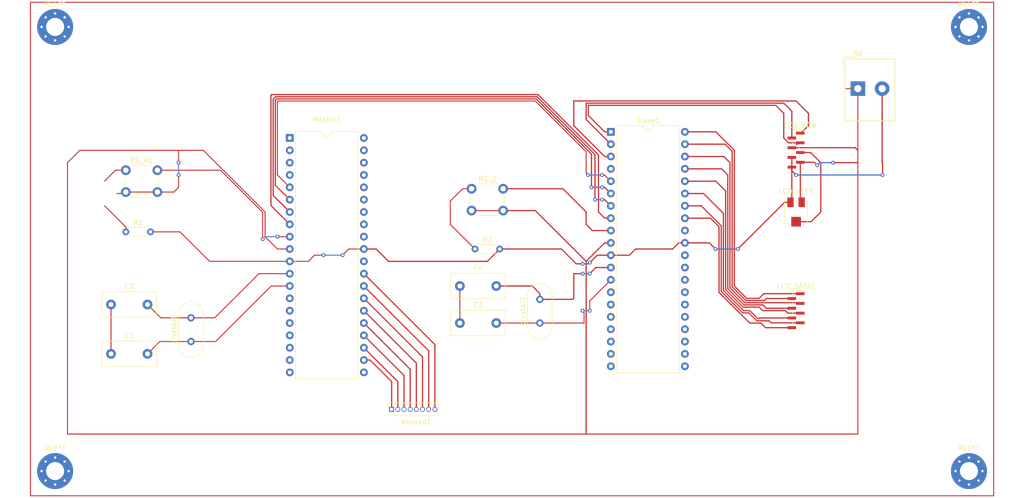
<source format=kicad_pcb>
(kicad_pcb (version 20211014) (generator pcbnew)
  (layers (0 "F.Cu" signal) (31 "B.Cu" signal) (34 "B.Paste" user) (35 "F.Paste" user) (36 "B.SilkS" user "B.Silkscreen") (37 "F.SilkS" user "F.Silkscreen") (38 "B.Mask" user) (39 "F.Mask" user) (44 "Edge.Cuts" user))
  (net 0 "")
  (net 1 "Step_IN4")
  (net 2 "GND")
  (net 3 "DEMUX_Stepper_S3")
  (net 4 "DEMUX_Stepper_S2")
  (net 5 "DEMUX_Stepper_S1")
  (net 6 "5VCC")
  (net 7 "Step_IN3")
  (net 8 "Step_IN2")
  (net 9 "Step_IN1")
  (net 10 "Net-(C1-Pad1)")
  (net 11 "xtal1_M")
  (net 12 "xtal2_M")
  (net 13 "Net-(C3-Pad1)")
  (net 14 "xtal1_S")
  (net 15 "Stepper_demux_selector")
  (net 16 "STEP2_demux_IN1")
  (net 17 "STEP2_demux_IN2")
  (net 18 "STEP2_demux_IN3")
  (net 19 "STEP2_demux_IN4")
  (net 20 "key1")
  (net 21 "key2")
  (net 22 "key3")
  (net 23 "key4")
  (net 24 "key5")
  (net 25 "key6")
  (net 26 "key7")
  (net 27 "key8")
  (net 28 "LCD_D0")
  (net 29 "LCD_D1")
  (net 30 "LCD_D2")
  (net 31 "LCD_D3")
  (net 32 "LCD_D4")
  (net 33 "LCD_D5")
  (net 34 "LCD_D6")
  (net 35 "LCD_D7")
  (net 36 "En")
  (net 37 "RW")
  (net 38 "RS")
  (net 39 "VEE")
  (net 40 "MOSI")
  (net 41 "MISO")
  (net 42 "SCK")
  (net 43 "Reset_M")
  (net 44 "ultra_S1")
  (net 45 "ultra_S2")
  (net 46 "Ultra_mux_input")
  (net 47 "Ultra_demux_input")
  (net 48 "DEMUX_Servo_IN")
  (net 49 "DEMUX_Servo_S1")
  (net 50 "DEMUX_Servo_S2")
  (net 51 "BUZ")
  (net 52 "SS")
  (net 53 "Reset_S")
  (net 54 "xtal2_S")
  (footprint "Capacitor_THT:C_Disc_D11.0mm_W5.0mm_P7.50mm" (layer "F.Cu") (at 687.135 -34.295)
    (fp_text reference "C2" (at 3.75 -3.75) (layer "F.SilkS"))
    (fp_text value "22 uf")
    (pad "1" thru_hole circle (at 0 0) (size 2 2) (drill 1) (layers *.Cu *.Mask) (net 10 "Net-(C1-Pad1)"))
    (pad "2" thru_hole circle (at 7.5 0) (size 2 2) (drill 1) (layers *.Cu *.Mask) (net 12 "xtal2_M"))
  )
  (footprint "Potentiometer_SMD:Potentiometer_Bourns_3314J_Vertical" (layer "F.Cu") (at 828.04 -53.34)
    (fp_text reference "LCD_VEE1" (at 0 -4.25) (layer "F.SilkS"))
    (fp_text value "R_Potentiometer")
    (pad "1" smd rect (at 1.15 -2) (size 1.3 2) (layers "F.Cu" "F.Paste" "F.Mask") (net 6 "5VCC"))
    (pad "2" smd rect (at 0 2) (size 2 2) (layers "F.Cu" "F.Paste" "F.Mask") (net 39 "VEE"))
    (pad "3" smd rect (at -1.15 -2) (size 1.3 2) (layers "F.Cu" "F.Paste" "F.Mask") (net 2 "GND"))
  )
  (footprint "MountingHole:MountingHole_3.7mm_Pad_Via" (layer "F.Cu") (at 675.64 -91.44)
    (fp_text reference "REF**" (at 0 -4.7) (layer "F.SilkS"))
    (fp_text value "MountingHole_3.7mm_Pad_Via")
    (pad "1" thru_hole circle (at -2.775 0) (size 0.8 0.8) (drill 0.5) (layers *.Cu *.Mask))
    (pad "1" thru_hole circle (at 1.962221 1.962221) (size 0.8 0.8) (drill 0.5) (layers *.Cu *.Mask))
    (pad "1" thru_hole circle (at -1.962221 -1.962221) (size 0.8 0.8) (drill 0.5) (layers *.Cu *.Mask))
    (pad "1" thru_hole circle (at 1.962221 -1.962221) (size 0.8 0.8) (drill 0.5) (layers *.Cu *.Mask))
    (pad "1" thru_hole circle (at -1.962221 1.962221) (size 0.8 0.8) (drill 0.5) (layers *.Cu *.Mask))
    (pad "1" thru_hole circle (at 2.775 0) (size 0.8 0.8) (drill 0.5) (layers *.Cu *.Mask))
    (pad "1" thru_hole circle (at 0 2.775) (size 0.8 0.8) (drill 0.5) (layers *.Cu *.Mask))
    (pad "1" thru_hole circle (at 0 -2.775) (size 0.8 0.8) (drill 0.5) (layers *.Cu *.Mask))
    (pad "1" thru_hole circle (at 0 0) (size 7.4 7.4) (drill 3.7) (layers *.Cu *.Mask))
  )
  (footprint "Crystal:Crystal_HC49-4H_Vertical" (layer "F.Cu") (at 703.585 -26.675 90)
    (fp_text reference "crystal1" (at 2.44 -3.525 90) (layer "F.SilkS"))
    (fp_text value "16Mhz")
    (pad "1" thru_hole circle (at 0 0 90) (size 1.5 1.5) (drill 0.8) (layers *.Cu *.Mask) (net 11 "xtal1_M"))
    (pad "2" thru_hole circle (at 4.88 0 90) (size 1.5 1.5) (drill 0.8) (layers *.Cu *.Mask) (net 12 "xtal2_M"))
  )
  (footprint "MountingHole:MountingHole_3.7mm_Pad_Via" (layer "F.Cu") (at 863.6 -91.44)
    (fp_text reference "REF**" (at 0 -4.7) (layer "F.SilkS"))
    (fp_text value "MountingHole_3.7mm_Pad_Via")
    (pad "1" thru_hole circle (at 0 2.775) (size 0.8 0.8) (drill 0.5) (layers *.Cu *.Mask))
    (pad "1" thru_hole circle (at 0 0) (size 7.4 7.4) (drill 3.7) (layers *.Cu *.Mask))
    (pad "1" thru_hole circle (at -1.962221 -1.962221) (size 0.8 0.8) (drill 0.5) (layers *.Cu *.Mask))
    (pad "1" thru_hole circle (at -2.775 0) (size 0.8 0.8) (drill 0.5) (layers *.Cu *.Mask))
    (pad "1" thru_hole circle (at 1.962221 -1.962221) (size 0.8 0.8) (drill 0.5) (layers *.Cu *.Mask))
    (pad "1" thru_hole circle (at 0 -2.775) (size 0.8 0.8) (drill 0.5) (layers *.Cu *.Mask))
    (pad "1" thru_hole circle (at -1.962221 1.962221) (size 0.8 0.8) (drill 0.5) (layers *.Cu *.Mask))
    (pad "1" thru_hole circle (at 2.775 0) (size 0.8 0.8) (drill 0.5) (layers *.Cu *.Mask))
    (pad "1" thru_hole circle (at 1.962221 1.962221) (size 0.8 0.8) (drill 0.5) (layers *.Cu *.Mask))
  )
  (footprint "Connector_PinSocket_1.27mm:PinSocket_1x08_P1.27mm_Vertical" (layer "F.Cu") (at 744.855 -12.7 90)
    (fp_text reference "keypad1" (at -2.54 5.11 180) (layer "F.SilkS"))
    (fp_text value "Conn_01x08_Female")
    (pad "1" thru_hole rect (at 0 0 90) (size 1 1) (drill 0.7) (layers *.Cu *.Mask) (net 20 "key1"))
    (pad "2" thru_hole oval (at 0 1.27 90) (size 1 1) (drill 0.7) (layers *.Cu *.Mask) (net 21 "key2"))
    (pad "3" thru_hole oval (at 0 2.54 90) (size 1 1) (drill 0.7) (layers *.Cu *.Mask) (net 22 "key3"))
    (pad "4" thru_hole oval (at 0 3.81 90) (size 1 1) (drill 0.7) (layers *.Cu *.Mask) (net 23 "key4"))
    (pad "5" thru_hole oval (at 0 5.08 90) (size 1 1) (drill 0.7) (layers *.Cu *.Mask) (net 24 "key5"))
    (pad "6" thru_hole oval (at 0 6.35 90) (size 1 1) (drill 0.7) (layers *.Cu *.Mask) (net 25 "key6"))
    (pad "7" thru_hole oval (at 0 7.62 90) (size 1 1) (drill 0.7) (layers *.Cu *.Mask) (net 26 "key7"))
    (pad "8" thru_hole oval (at 0 8.89 90) (size 1 1) (drill 0.7) (layers *.Cu *.Mask) (net 27 "key8"))
  )
  (footprint "Package_DIP:DIP-40_W15.24mm" (layer "F.Cu") (at 789.935 -69.845)
    (fp_text reference "Slave1" (at 7.62 -2.33) (layer "F.SilkS"))
    (fp_text value "ATmega32-16P")
    (pad "1" thru_hole rect (at 0 0) (size 1.6 1.6) (drill 0.8) (layers *.Cu *.Mask) (net 38 "RS"))
    (pad "2" thru_hole oval (at 0 2.54) (size 1.6 1.6) (drill 0.8) (layers *.Cu *.Mask) (net 37 "RW"))
    (pad "3" thru_hole oval (at 0 5.08) (size 1.6 1.6) (drill 0.8) (layers *.Cu *.Mask) (net 36 "En"))
    (pad "4" thru_hole oval (at 0 7.62) (size 1.6 1.6) (drill 0.8) (layers *.Cu *.Mask))
    (pad "5" thru_hole oval (at 0 10.16) (size 1.6 1.6) (drill 0.8) (layers *.Cu *.Mask) (net 52 "SS"))
    (pad "6" thru_hole oval (at 0 12.7) (size 1.6 1.6) (drill 0.8) (layers *.Cu *.Mask) (net 40 "MOSI"))
    (pad "7" thru_hole oval (at 0 15.24) (size 1.6 1.6) (drill 0.8) (layers *.Cu *.Mask) (net 41 "MISO"))
    (pad "8" thru_hole oval (at 0 17.78) (size 1.6 1.6) (drill 0.8) (layers *.Cu *.Mask) (net 42 "SCK"))
    (pad "9" thru_hole oval (at 0 20.32) (size 1.6 1.6) (drill 0.8) (layers *.Cu *.Mask) (net 53 "Reset_S"))
    (pad "10" thru_hole oval (at 0 22.86) (size 1.6 1.6) (drill 0.8) (layers *.Cu *.Mask) (net 6 "5VCC"))
    (pad "11" thru_hole oval (at 0 25.4) (size 1.6 1.6) (drill 0.8) (layers *.Cu *.Mask) (net 2 "GND"))
    (pad "12" thru_hole oval (at 0 27.94) (size 1.6 1.6) (drill 0.8) (layers *.Cu *.Mask) (net 54 "xtal2_S"))
    (pad "13" thru_hole oval (at 0 30.48) (size 1.6 1.6) (drill 0.8) (layers *.Cu *.Mask) (net 14 "xtal1_S"))
    (pad "14" thru_hole oval (at 0 33.02) (size 1.6 1.6) (drill 0.8) (layers *.Cu *.Mask))
    (pad "15" thru_hole oval (at 0 35.56) (size 1.6 1.6) (drill 0.8) (layers *.Cu *.Mask))
    (pad "16" thru_hole oval (at 0 38.1) (size 1.6 1.6) (drill 0.8) (layers *.Cu *.Mask))
    (pad "17" thru_hole oval (at 0 40.64) (size 1.6 1.6) (drill 0.8) (layers *.Cu *.Mask))
    (pad "18" thru_hole oval (at 0 43.18) (size 1.6 1.6) (drill 0.8) (layers *.Cu *.Mask))
    (pad "19" thru_hole oval (at 0 45.72) (size 1.6 1.6) (drill 0.8) (layers *.Cu *.Mask))
    (pad "20" thru_hole oval (at 0 48.26) (size 1.6 1.6) (drill 0.8) (layers *.Cu *.Mask))
    (pad "21" thru_hole oval (at 15.24 48.26) (size 1.6 1.6) (drill 0.8) (layers *.Cu *.Mask))
    (pad "22" thru_hole oval (at 15.24 45.72) (size 1.6 1.6) (drill 0.8) (layers *.Cu *.Mask))
    (pad "23" thru_hole oval (at 15.24 43.18) (size 1.6 1.6) (drill 0.8) (layers *.Cu *.Mask))
    (pad "24" thru_hole oval (at 15.24 40.64) (size 1.6 1.6) (drill 0.8) (layers *.Cu *.Mask))
    (pad "25" thru_hole oval (at 15.24 38.1) (size 1.6 1.6) (drill 0.8) (layers *.Cu *.Mask))
    (pad "26" thru_hole oval (at 15.24 35.56) (size 1.6 1.6) (drill 0.8) (layers *.Cu *.Mask))
    (pad "27" thru_hole oval (at 15.24 33.02) (size 1.6 1.6) (drill 0.8) (layers *.Cu *.Mask))
    (pad "28" thru_hole oval (at 15.24 30.48) (size 1.6 1.6) (drill 0.8) (layers *.Cu *.Mask))
    (pad "29" thru_hole oval (at 15.24 27.94) (size 1.6 1.6) (drill 0.8) (layers *.Cu *.Mask))
    (pad "30" thru_hole oval (at 15.24 25.4) (size 1.6 1.6) (drill 0.8) (layers *.Cu *.Mask))
    (pad "31" thru_hole oval (at 15.24 22.86) (size 1.6 1.6) (drill 0.8) (layers *.Cu *.Mask) (net 2 "GND"))
    (pad "32" thru_hole oval (at 15.24 20.32) (size 1.6 1.6) (drill 0.8) (layers *.Cu *.Mask))
    (pad "33" thru_hole oval (at 15.24 17.78) (size 1.6 1.6) (drill 0.8) (layers *.Cu *.Mask) (net 35 "LCD_D7"))
    (pad "34" thru_hole oval (at 15.24 15.24) (size 1.6 1.6) (drill 0.8) (layers *.Cu *.Mask) (net 34 "LCD_D6"))
    (pad "35" thru_hole oval (at 15.24 12.7) (size 1.6 1.6) (drill 0.8) (layers *.Cu *.Mask) (net 33 "LCD_D5"))
    (pad "36" thru_hole oval (at 15.24 10.16) (size 1.6 1.6) (drill 0.8) (layers *.Cu *.Mask) (net 32 "LCD_D4"))
    (pad "37" thru_hole oval (at 15.24 7.62) (size 1.6 1.6) (drill 0.8) (layers *.Cu *.Mask) (net 31 "LCD_D3"))
    (pad "38" thru_hole oval (at 15.24 5.08) (size 1.6 1.6) (drill 0.8) (layers *.Cu *.Mask) (net 30 "LCD_D2"))
    (pad "39" thru_hole oval (at 15.24 2.54) (size 1.6 1.6) (drill 0.8) (layers *.Cu *.Mask) (net 29 "LCD_D1"))
    (pad "40" thru_hole oval (at 15.24 0) (size 1.6 1.6) (drill 0.8) (layers *.Cu *.Mask) (net 28 "LCD_D0"))
  )
  (footprint "Capacitor_THT:C_Disc_D11.0mm_W5.0mm_P7.50mm" (layer "F.Cu") (at 758.885 -30.48)
    (fp_text reference "C3" (at 3.75 -3.75) (layer "F.SilkS"))
    (fp_text value "22 uf")
    (pad "1" thru_hole circle (at 0 0) (size 2 2) (drill 1) (layers *.Cu *.Mask) (net 13 "Net-(C3-Pad1)"))
    (pad "2" thru_hole circle (at 7.5 0) (size 2 2) (drill 1) (layers *.Cu *.Mask) (net 14 "xtal1_S"))
  )
  (footprint "MountingHole:MountingHole_3.7mm_Pad_Via" (layer "F.Cu") (at 675.64 0)
    (fp_text reference "REF**" (at 0 -4.7) (layer "F.SilkS"))
    (fp_text value "MountingHole_3.7mm_Pad_Via")
    (pad "1" thru_hole circle (at 0 2.775) (size 0.8 0.8) (drill 0.5) (layers *.Cu *.Mask))
    (pad "1" thru_hole circle (at 1.962221 1.962221) (size 0.8 0.8) (drill 0.5) (layers *.Cu *.Mask))
    (pad "1" thru_hole circle (at -1.962221 -1.962221) (size 0.8 0.8) (drill 0.5) (layers *.Cu *.Mask))
    (pad "1" thru_hole circle (at 0 0) (size 7.4 7.4) (drill 3.7) (layers *.Cu *.Mask))
    (pad "1" thru_hole circle (at -1.962221 1.962221) (size 0.8 0.8) (drill 0.5) (layers *.Cu *.Mask))
    (pad "1" thru_hole circle (at 0 -2.775) (size 0.8 0.8) (drill 0.5) (layers *.Cu *.Mask))
    (pad "1" thru_hole circle (at 2.775 0) (size 0.8 0.8) (drill 0.5) (layers *.Cu *.Mask))
    (pad "1" thru_hole circle (at 1.962221 -1.962221) (size 0.8 0.8) (drill 0.5) (layers *.Cu *.Mask))
    (pad "1" thru_hole circle (at -2.775 0) (size 0.8 0.8) (drill 0.5) (layers *.Cu *.Mask))
  )
  (footprint "Crystal:Crystal_HC49-4H_Vertical" (layer "F.Cu") (at 775.335 -30.48 90)
    (fp_text reference "crystal2" (at 2.44 -3.525 90) (layer "F.SilkS"))
    (fp_text value "16Mhz")
    (pad "1" thru_hole circle (at 0 0 90) (size 1.5 1.5) (drill 0.8) (layers *.Cu *.Mask) (net 14 "xtal1_S"))
    (pad "2" thru_hole circle (at 4.88 0 90) (size 1.5 1.5) (drill 0.8) (layers *.Cu *.Mask) (net 54 "xtal2_S"))
  )
  (footprint "Capacitor_THT:C_Disc_D11.0mm_W5.0mm_P7.50mm" (layer "F.Cu") (at 687.135 -24.135)
    (fp_text reference "C1" (at 3.75 -3.75) (layer "F.SilkS"))
    (fp_text value "22 uf")
    (pad "1" thru_hole circle (at 0 0) (size 2 2) (drill 1) (layers *.Cu *.Mask) (net 10 "Net-(C1-Pad1)"))
    (pad "2" thru_hole circle (at 7.5 0) (size 2 2) (drill 1) (layers *.Cu *.Mask) (net 11 "xtal1_M"))
  )
  (footprint "Capacitor_THT:C_Disc_D11.0mm_W5.0mm_P7.50mm" (layer "F.Cu") (at 758.885 -38.1)
    (fp_text reference "C4" (at 3.75 -3.75) (layer "F.SilkS"))
    (fp_text value "22 uf")
    (pad "1" thru_hole circle (at 0 0) (size 2 2) (drill 1) (layers *.Cu *.Mask) (net 13 "Net-(C3-Pad1)"))
    (pad "2" thru_hole circle (at 7.5 0) (size 2 2) (drill 1) (layers *.Cu *.Mask) (net 54 "xtal2_S"))
  )
  (footprint "TerminalBlock_Altech:Altech_AK300_1x02_P5.00mm_45-Degree" (layer "F.Cu") (at 840.74 -78.74)
    (fp_text reference "5V" (at 0 -7.2) (layer "F.SilkS"))
    (fp_text value "5V")
    (pad "1" thru_hole rect (at 0 0) (size 3 3) (drill 1.5) (layers *.Cu *.Mask) (net 6 "5VCC"))
    (pad "2" thru_hole circle (at 5 0) (size 3 3) (drill 1.5) (layers *.Cu *.Mask) (net 2 "GND"))
  )
  (footprint "Resistor_THT:R_Axial_DIN0204_L3.6mm_D1.6mm_P5.08mm_Horizontal" (layer "F.Cu") (at 762 -45.72)
    (fp_text reference "R2" (at 2.54 -1.92) (layer "F.SilkS"))
    (fp_text value "1k")
    (pad "1" thru_hole circle (at 0 0) (size 1.4 1.4) (drill 0.7) (layers *.Cu *.Mask) (net 53 "Reset_S"))
    (pad "2" thru_hole oval (at 5.08 0) (size 1.4 1.4) (drill 0.7) (layers *.Cu *.Mask) (net 2 "GND"))
  )
  (footprint "MountingHole:MountingHole_3.7mm_Pad_Via" (layer "F.Cu") (at 863.6 0)
    (fp_text reference "REF**" (at 0 -4.7) (layer "F.SilkS"))
    (fp_text value "MountingHole_3.7mm_Pad_Via")
    (pad "1" thru_hole circle (at 0 0) (size 7.4 7.4) (drill 3.7) (layers *.Cu *.Mask))
    (pad "1" thru_hole circle (at 0 -2.775) (size 0.8 0.8) (drill 0.5) (layers *.Cu *.Mask))
    (pad "1" thru_hole circle (at 2.775 0) (size 0.8 0.8) (drill 0.5) (layers *.Cu *.Mask))
    (pad "1" thru_hole circle (at -1.962221 -1.962221) (size 0.8 0.8) (drill 0.5) (layers *.Cu *.Mask))
    (pad "1" thru_hole circle (at 1.962221 -1.962221) (size 0.8 0.8) (drill 0.5) (layers *.Cu *.Mask))
    (pad "1" thru_hole circle (at 1.962221 1.962221) (size 0.8 0.8) (drill 0.5) (layers *.Cu *.Mask))
    (pad "1" thru_hole circle (at -1.962221 1.962221) (size 0.8 0.8) (drill 0.5) (layers *.Cu *.Mask))
    (pad "1" thru_hole circle (at -2.775 0) (size 0.8 0.8) (drill 0.5) (layers *.Cu *.Mask))
    (pad "1" thru_hole circle (at 0 2.775) (size 0.8 0.8) (drill 0.5) (layers *.Cu *.Mask))
  )
  (footprint "Connector_PinHeader_1.00mm:PinHeader_1x08_P1.00mm_Vertical_SMD_Pin1Right" (layer "F.Cu") (at 828.04 -33.02)
    (fp_text reference "LCD_DATA1" (at 0 -5.06) (layer "F.SilkS"))
    (fp_text value "Conn_01x08_Female")
    (pad "1" smd rect (at 0.875 -3.5) (size 1.75 0.6) (layers "F.Cu" "F.Paste" "F.Mask") (net 28 "LCD_D0"))
    (pad "2" smd rect (at -0.875 -2.5) (size 1.75 0.6) (layers "F.Cu" "F.Paste" "F.Mask") (net 29 "LCD_D1"))
    (pad "3" smd rect (at 0.875 -1.5) (size 1.75 0.6) (layers "F.Cu" "F.Paste" "F.Mask") (net 30 "LCD_D2"))
    (pad "4" smd rect (at -0.875 -0.5) (size 1.75 0.6) (layers "F.Cu" "F.Paste" "F.Mask") (net 31 "LCD_D3"))
    (pad "5" smd rect (at 0.875 0.5) (size 1.75 0.6) (layers "F.Cu" "F.Paste" "F.Mask") (net 32 "LCD_D4"))
    (pad "6" smd rect (at -0.875 1.5) (size 1.75 0.6) (layers "F.Cu" "F.Paste" "F.Mask") (net 33 "LCD_D5"))
    (pad "7" smd rect (at 0.875 2.5) (size 1.75 0.6) (layers "F.Cu" "F.Paste" "F.Mask") (net 34 "LCD_D6"))
    (pad "8" smd rect (at -0.875 3.5) (size 1.75 0.6) (layers "F.Cu" "F.Paste" "F.Mask") (net 35 "LCD_D7"))
  )
  (footprint "Button_Switch_THT:SW_PUSH_6mm_H7.3mm" (layer "F.Cu") (at 761.29 -58.13)
    (fp_text reference "RS_2" (at 3.25 -2) (layer "F.SilkS"))
    (fp_text value "SW_Push")
    (pad "1" thru_hole circle (at 0 0 90) (size 2 2) (drill 1.1) (layers *.Cu *.Mask) (net 53 "Reset_S"))
    (pad "1" thru_hole circle (at 6.5 0 90) (size 2 2) (drill 1.1) (layers *.Cu *.Mask) (net 53 "Reset_S"))
    (pad "2" thru_hole circle (at 6.5 4.5 90) (size 2 2) (drill 1.1) (layers *.Cu *.Mask) (net 6 "5VCC"))
    (pad "2" thru_hole circle (at 0 4.5 90) (size 2 2) (drill 1.1) (layers *.Cu *.Mask) (net 6 "5VCC"))
  )
  (footprint "Package_DIP:DIP-40_W15.24mm" (layer "F.Cu") (at 723.9 -68.58)
    (fp_text reference "Master1" (at 7.625 -3.815) (layer "F.SilkS"))
    (fp_text value "ATmega32-16P")
    (pad "1" thru_hole rect (at 0 0) (size 1.6 1.6) (drill 0.8) (layers *.Cu *.Mask) (net 16 "STEP2_demux_IN1"))
    (pad "2" thru_hole oval (at 0 2.54) (size 1.6 1.6) (drill 0.8) (layers *.Cu *.Mask) (net 17 "STEP2_demux_IN2"))
    (pad "3" thru_hole oval (at 0 5.08) (size 1.6 1.6) (drill 0.8) (layers *.Cu *.Mask) (net 18 "STEP2_demux_IN3"))
    (pad "4" thru_hole oval (at 0 7.62) (size 1.6 1.6) (drill 0.8) (layers *.Cu *.Mask) (net 19 "STEP2_demux_IN4"))
    (pad "5" thru_hole oval (at 0 10.16) (size 1.6 1.6) (drill 0.8) (layers *.Cu *.Mask) (net 52 "SS"))
    (pad "6" thru_hole oval (at 0 12.7) (size 1.6 1.6) (drill 0.8) (layers *.Cu *.Mask) (net 40 "MOSI"))
    (pad "7" thru_hole oval (at 0 15.24) (size 1.6 1.6) (drill 0.8) (layers *.Cu *.Mask) (net 41 "MISO"))
    (pad "8" thru_hole oval (at 0 17.78) (size 1.6 1.6) (drill 0.8) (layers *.Cu *.Mask) (net 42 "SCK"))
    (pad "9" thru_hole oval (at 0 20.32) (size 1.6 1.6) (drill 0.8) (layers *.Cu *.Mask) (net 43 "Reset_M"))
    (pad "10" thru_hole oval (at 0 22.86) (size 1.6 1.6) (drill 0.8) (layers *.Cu *.Mask) (net 6 "5VCC"))
    (pad "11" thru_hole oval (at 0 25.4) (size 1.6 1.6) (drill 0.8) (layers *.Cu *.Mask) (net 2 "GND"))
    (pad "12" thru_hole oval (at 0 27.94) (size 1.6 1.6) (drill 0.8) (layers *.Cu *.Mask) (net 12 "xtal2_M"))
    (pad "13" thru_hole oval (at 0 30.48) (size 1.6 1.6) (drill 0.8) (layers *.Cu *.Mask) (net 11 "xtal1_M"))
    (pad "14" thru_hole oval (at 0 33.02) (size 1.6 1.6) (drill 0.8) (layers *.Cu *.Mask) (net 44 "ultra_S1"))
    (pad "15" thru_hole oval (at 0 35.56) (size 1.6 1.6) (drill 0.8) (layers *.Cu *.Mask) (net 45 "ultra_S2"))
    (pad "16" thru_hole oval (at 0 38.1) (size 1.6 1.6) (drill 0.8) (layers *.Cu *.Mask) (net 46 "Ultra_mux_input"))
    (pad "17" thru_hole oval (at 0 40.64) (size 1.6 1.6) (drill 0.8) (layers *.Cu *.Mask) (net 47 "Ultra_demux_input"))
    (pad "18" thru_hole oval (at 0 43.18) (size 1.6 1.6) (drill 0.8) (layers *.Cu *.Mask) (net 15 "Stepper_demux_selector"))
    (pad "19" thru_hole oval (at 0 45.72) (size 1.6 1.6) (drill 0.8) (layers *.Cu *.Mask) (net 48 "DEMUX_Servo_IN"))
    (pad "20" thru_hole oval (at 0 48.26) (size 1.6 1.6) (drill 0.8) (layers *.Cu *.Mask) (net 49 "DEMUX_Servo_S1"))
    (pad "21" thru_hole oval (at 15.24 48.26) (size 1.6 1.6) (drill 0.8) (layers *.Cu *.Mask) (net 50 "DEMUX_Servo_S2"))
    (pad "22" thru_hole oval (at 15.24 45.72) (size 1.6 1.6) (drill 0.8) (layers *.Cu *.Mask) (net 20 "key1"))
    (pad "23" thru_hole oval (at 15.24 43.18) (size 1.6 1.6) (drill 0.8) (layers *.Cu *.Mask) (net 21 "key2"))
    (pad "24" thru_hole oval (at 15.24 40.64) (size 1.6 1.6) (drill 0.8) (layers *.Cu *.Mask) (net 22 "key3"))
    (pad "25" thru_hole oval (at 15.24 38.1) (size 1.6 1.6) (drill 0.8) (layers *.Cu *.Mask) (net 23 "key4"))
    (pad "26" thru_hole oval (at 15.24 35.56) (size 1.6 1.6) (drill 0.8) (layers *.Cu *.Mask) (net 24 "key5"))
    (pad "27" thru_hole oval (at 15.24 33.02) (size 1.6 1.6) (drill 0.8) (layers *.Cu *.Mask) (net 25 "key6"))
    (pad "28" thru_hole oval (at 15.24 30.48) (size 1.6 1.6) (drill 0.8) (layers *.Cu *.Mask) (net 26 "key7"))
    (pad "29" thru_hole oval (at 15.24 27.94) (size 1.6 1.6) (drill 0.8) (layers *.Cu *.Mask) (net 27 "key8"))
    (pad "30" thru_hole oval (at 15.24 25.4) (size 1.6 1.6) (drill 0.8) (layers *.Cu *.Mask))
    (pad "31" thru_hole oval (at 15.24 22.86) (size 1.6 1.6) (drill 0.8) (layers *.Cu *.Mask) (net 2 "GND"))
    (pad "32" thru_hole oval (at 15.24 20.32) (size 1.6 1.6) (drill 0.8) (layers *.Cu *.Mask))
    (pad "33" thru_hole oval (at 15.24 17.78) (size 1.6 1.6) (drill 0.8) (layers *.Cu *.Mask) (net 51 "BUZ"))
    (pad "34" thru_hole oval (at 15.24 15.24) (size 1.6 1.6) (drill 0.8) (layers *.Cu *.Mask) (net 3 "DEMUX_Stepper_S3"))
    (pad "35" thru_hole oval (at 15.24 12.7) (size 1.6 1.6) (drill 0.8) (layers *.Cu *.Mask) (net 4 "DEMUX_Stepper_S2"))
    (pad "36" thru_hole oval (at 15.24 10.16) (size 1.6 1.6) (drill 0.8) (layers *.Cu *.Mask) (net 5 "DEMUX_Stepper_S1"))
    (pad "37" thru_hole oval (at 15.24 7.62) (size 1.6 1.6) (drill 0.8) (layers *.Cu *.Mask) (net 1 "Step_IN4"))
    (pad "38" thru_hole oval (at 15.24 5.08) (size 1.6 1.6) (drill 0.8) (layers *.Cu *.Mask) (net 7 "Step_IN3"))
    (pad "39" thru_hole oval (at 15.24 2.54) (size 1.6 1.6) (drill 0.8) (layers *.Cu *.Mask) (net 8 "Step_IN2"))
    (pad "40" thru_hole oval (at 15.24 0) (size 1.6 1.6) (drill 0.8) (layers *.Cu *.Mask) (net 9 "Step_IN1"))
  )
  (footprint "Connector_PinHeader_1.00mm:PinHeader_1x08_P1.00mm_Vertical_SMD_Pin1Right" (layer "F.Cu") (at 828.04 -66.08)
    (fp_text reference "LCD_POW" (at 0.875 -5.08) (layer "F.SilkS"))
    (fp_text value "Conn_01x08_Female")
    (pad "1" smd rect (at 0.875 -3.5) (size 1.75 0.6) (layers "F.Cu" "F.Paste" "F.Mask") (net 36 "En"))
    (pad "2" smd rect (at -0.875 -2.5) (size 1.75 0.6) (layers "F.Cu" "F.Paste" "F.Mask") (net 37 "RW"))
    (pad "3" smd rect (at 0.875 -1.5) (size 1.75 0.6) (layers "F.Cu" "F.Paste" "F.Mask") (net 38 "RS"))
    (pad "4" smd rect (at -0.875 -0.5) (size 1.75 0.6) (layers "F.Cu" "F.Paste" "F.Mask") (net 6 "5VCC"))
    (pad "5" smd rect (at 0.875 0.5) (size 1.75 0.6) (layers "F.Cu" "F.Paste" "F.Mask") (net 39 "VEE"))
    (pad "6" smd rect (at -0.875 1.5) (size 1.75 0.6) (layers "F.Cu" "F.Paste" "F.Mask") (net 2 "GND"))
    (pad "7" smd rect (at 0.875 2.5) (size 1.75 0.6) (layers "F.Cu" "F.Paste" "F.Mask") (net 6 "5VCC"))
    (pad "8" smd rect (at -0.875 3.5) (size 1.75 0.6) (layers "F.Cu" "F.Paste" "F.Mask") (net 2 "GND"))
  )
  (footprint "Button_Switch_THT:SW_PUSH_6mm_H7.3mm" (layer "F.Cu") (at 690.175 -61.945)
    (fp_text reference "RS_M1" (at 3.25 -2) (layer "F.SilkS"))
    (fp_text value "SW_Push")
    (pad "1" thru_hole circle (at 6.5 0 90) (size 2 2) (drill 1.1) (layers *.Cu *.Mask) (net 43 "Reset_M"))
    (pad "1" thru_hole circle (at 0 0 90) (size 2 2) (drill 1.1) (layers *.Cu *.Mask) (net 43 "Reset_M"))
    (pad "2" thru_hole circle (at 0 4.5 90) (size 2 2) (drill 1.1) (layers *.Cu *.Mask) (net 6 "5VCC"))
    (pad "2" thru_hole circle (at 6.5 4.5 90) (size 2 2) (drill 1.1) (layers *.Cu *.Mask) (net 6 "5VCC"))
  )
  (footprint "Resistor_THT:R_Axial_DIN0204_L3.6mm_D1.6mm_P5.08mm_Horizontal" (layer "F.Cu") (at 690.175 -49.245)
    (fp_text reference "R1" (at 2.54 -1.92) (layer "F.SilkS"))
    (fp_text value "1k")
    (pad "1" thru_hole circle (at 0 0) (size 1.4 1.4) (drill 0.7) (layers *.Cu *.Mask) (net 43 "Reset_M"))
    (pad "2" thru_hole oval (at 5.08 0) (size 1.4 1.4) (drill 0.7) (layers *.Cu *.Mask) (net 2 "GND"))
  )
  (gr_line (start 868.68 -96.52) (end 670.56 -96.52) (layer "F.Cu") (width 0.2))
  (gr_line (start 670.56 -93.98) (end 670.56 5.08) (layer "F.Cu") (width 0.2))
  (gr_line (start 670.56 5.08) (end 868.68 5.08) (layer "F.Cu") (width 0.2))
  (gr_line (start 868.68 5.08) (end 868.68 -96.52) (layer "F.Cu") (width 0.2))
  (gr_line (start 670.56 -96.52) (end 670.56 -93.98) (layer "F.Cu") (width 0.2))
  (segment (start 827.165 -55.615) (end 826.89 -55.34) (width 0.25) (layer "F.Cu") (net 2))
  (segment (start 805.175 -46.985) (end 810.20386 -46.985) (width 0.25) (layer "F.Cu") (net 2))
  (segment (start 845.74 -78.74) (end 845.74 -63.58) (width 0.25) (layer "F.Cu") (net 2))
  (segment (start 787.149598 -44.445) (end 789.935 -44.445) (width 0.25) (layer "F.Cu") (net 2))
  (segment (start 728.985 -44.455) (end 730.8255 -44.455) (width 0.2) (layer "F.Cu") (net 2))
  (segment (start 764.54 -43.18) (end 744.22 -43.18) (width 0.25) (layer "F.Cu") (net 2))
  (segment (start 795.02 -45.72) (end 793.745 -44.445) (width 0.25) (layer "F.Cu") (net 2))
  (segment (start 734.7645 -44.455) (end 736.0295 -45.72) (width 0.2) (layer "F.Cu") (net 2))
  (segment (start 782.832299 -42.667701) (end 784.1355 -42.667701) (width 0.25) (layer "F.Cu") (net 2))
  (segment (start 825.6845 -55.34) (end 826.89 -55.34) (width 0.25) (layer "F.Cu") (net 2))
  (segment (start 727.71 -43.18) (end 728.985 -44.455) (width 0.2) (layer "F.Cu") (net 2))
  (segment (start 845.74 -63.58) (end 845.82 -63.5) (width 0.25) (layer "F.Cu") (net 2))
  (segment (start 736.0295 -45.72) (end 739.14 -45.72) (width 0.2) (layer "F.Cu") (net 2))
  (segment (start 827.165 -61.835) (end 828.04 -60.96) (width 0.25) (layer "F.Cu") (net 2))
  (segment (start 810.20386 -46.985) (end 811.46886 -45.72) (width 0.25) (layer "F.Cu") (net 2))
  (segment (start 827.165 -62.58) (end 827.165 -61.835) (width 0.25) (layer "F.Cu") (net 2))
  (segment (start 723.9 -43.18) (end 707.4 -43.18) (width 0.2) (layer "F.Cu") (net 2))
  (segment (start 707.4 -43.18) (end 701.335 -49.245) (width 0.2) (layer "F.Cu") (net 2))
  (segment (start 767.08 -45.72) (end 779.78 -45.72) (width 0.25) (layer "F.Cu") (net 2))
  (segment (start 785.651073 -42.946475) (end 787.149598 -44.445) (width 0.25) (layer "F.Cu") (net 2))
  (segment (start 767.08 -45.72) (end 764.54 -43.18) (width 0.25) (layer "F.Cu") (net 2))
  (segment (start 816.0645 -45.72) (end 825.6845 -55.34) (width 0.25) (layer "F.Cu") (net 2))
  (segment (start 779.78 -45.72) (end 782.32 -43.18) (width 0.25) (layer "F.Cu") (net 2))
  (segment (start 744.22 -43.18) (end 741.68 -45.72) (width 0.25) (layer "F.Cu") (net 2))
  (segment (start 845.82 -60.96) (end 845.82 -63.5) (width 0.25) (layer "F.Cu") (net 2))
  (segment (start 803.905 -46.985) (end 802.64 -45.72) (width 0.25) (layer "F.Cu") (net 2))
  (segment (start 802.64 -45.72) (end 795.02 -45.72) (width 0.25) (layer "F.Cu") (net 2))
  (segment (start 782.32 -43.18) (end 782.832299 -42.667701) (width 0.25) (layer "F.Cu") (net 2))
  (segment (start 741.68 -45.72) (end 739.14 -45.72) (width 0.25) (layer "F.Cu") (net 2))
  (segment (start 793.745 -44.445) (end 789.935 -44.445) (width 0.25) (layer "F.Cu") (net 2))
  (segment (start 827.165 -64.58) (end 827.165 -62.58) (width 0.25) (layer "F.Cu") (net 2))
  (segment (start 723.9 -43.18) (end 727.71 -43.18) (width 0.2) (layer "F.Cu") (net 2))
  (segment (start 701.335 -49.245) (end 695.255 -49.245) (width 0.2) (layer "F.Cu") (net 2))
  (segment (start 805.175 -46.985) (end 803.905 -46.985) (width 0.25) (layer "F.Cu") (net 2))
  (segment (start 827.165 -62.58) (end 827.165 -55.615) (width 0.25) (layer "F.Cu") (net 2))
  (via (at 845.82 -60.96) (size 0.8) (drill 0.4) (layers "F.Cu" "B.Cu") (net 2))
  (via (at 730.8255 -44.455) (size 0.8) (drill 0.4) (layers "F.Cu" "B.Cu") (net 2))
  (via (at 828.04 -60.96) (size 0.8) (drill 0.4) (layers "F.Cu" "B.Cu") (net 2))
  (via (at 734.7645 -44.455) (size 0.8) (drill 0.4) (layers "F.Cu" "B.Cu") (net 2))
  (via (at 811.46886 -45.72) (size 0.8) (drill 0.4) (layers "F.Cu" "B.Cu") (net 2))
  (via (at 785.651073 -42.946475) (size 0.8) (drill 0.4) (layers "F.Cu" "B.Cu") (net 2))
  (via (at 816.0645 -45.72) (size 0.8) (drill 0.4) (layers "F.Cu" "B.Cu") (net 2))
  (via (at 784.1355 -42.667701) (size 0.8) (drill 0.4) (layers "F.Cu" "B.Cu") (net 2))
  (segment (start 811.46886 -45.72) (end 816.0645 -45.72) (width 0.25) (layer "B.Cu") (net 2))
  (segment (start 784.1355 -42.667701) (end 785.372299 -42.667701) (width 0.25) (layer "B.Cu") (net 2))
  (segment (start 730.8255 -44.455) (end 734.7645 -44.455) (width 0.2) (layer "B.Cu") (net 2))
  (segment (start 785.372299 -42.667701) (end 785.651073 -42.946475) (width 0.25) (layer "B.Cu") (net 2))
  (segment (start 828.04 -60.96) (end 845.82 -60.96) (width 0.25) (layer "B.Cu") (net 2))
  (segment (start 840.74 -7.62) (end 678.18 -7.62) (width 0.2) (layer "F.Cu") (net 6))
  (segment (start 678.18 -7.62) (end 678.18 -63.5) (width 0.2) (layer "F.Cu") (net 6))
  (segment (start 827.165 -66.58) (end 840.2 -66.58) (width 0.25) (layer "F.Cu") (net 6))
  (segment (start 828.835 -63.5) (end 828.915 -63.58) (width 0.25) (layer "F.Cu") (net 6))
  (segment (start 835.66 -63.5) (end 840.74 -63.5) (width 0.25) (layer "F.Cu") (net 6))
  (segment (start 840.74 -66.04) (end 840.74 -7.62) (width 0.2) (layer "F.Cu") (net 6))
  (segment (start 718.82 -53.34) (end 718.82 -48.26) (width 0.2) (layer "F.Cu") (net 6))
  (segment (start 789.935 -46.985) (end 788.665 -46.985) (width 0.25) (layer "F.Cu") (net 6))
  (segment (start 680.72 -66.04) (end 706.12 -66.04) (width 0.2) (layer "F.Cu") (net 6))
  (segment (start 831.803201 -63.58) (end 832.3955 -62.987701) (width 0.25) (layer "F.Cu") (net 6))
  (segment (start 696.675 -57.445) (end 690.175 -57.445) (width 0.2) (layer "F.Cu") (net 6))
  (segment (start 788.665 -46.985) (end 784.86 -43.18) (width 0.25) (layer "F.Cu") (net 6))
  (segment (start 840.74 -78.74) (end 838.12 -78.74) (width 0.2) (layer "F.Cu") (net 6))
  (segment (start 701.04 -58.42) (end 701.04 -60.96) (width 0.2) (layer "F.Cu") (net 6))
  (segment (start 688.345 -57.155) (end 689.885 -57.155) (width 0.2) (layer "F.Cu") (net 6))
  (segment (start 718.82 -48.26) (end 721.36 -45.72) (width 0.2) (layer "F.Cu") (net 6))
  (segment (start 840.74 -78.74) (end 840.74 -66.04) (width 0.2) (layer "F.Cu") (net 6))
  (segment (start 689.885 -57.155) (end 690.175 -57.445) (width 0.2) (layer "F.Cu") (net 6))
  (segment (start 696.675 -57.445) (end 700.065 -57.445) (width 0.2) (layer "F.Cu") (net 6))
  (segment (start 784.86 -43.18) (end 784.86 -7.62) (width 0.25) (layer "F.Cu") (net 6))
  (segment (start 706.12 -66.04) (end 718.82 -53.34) (width 0.2) (layer "F.Cu") (net 6))
  (segment (start 828.915 -55.615) (end 829.19 -55.34) (width 0.25) (layer "F.Cu") (net 6))
  (segment (start 700.065 -57.445) (end 701.04 -58.42) (width 0.2) (layer "F.Cu") (net 6))
  (segment (start 701.04 -63.5) (end 701.04 -66.04) (width 0.2) (layer "F.Cu") (net 6))
  (segment (start 774.41 -53.63) (end 767.79 -53.63) (width 0.25) (layer "F.Cu") (net 6))
  (segment (start 784.86 -43.18) (end 774.41 -53.63) (width 0.25) (layer "F.Cu") (net 6))
  (segment (start 761.29 -53.63) (end 767.79 -53.63) (width 0.2) (layer "F.Cu") (net 6))
  (segment (start 721.36 -45.72) (end 723.9 -45.72) (width 0.2) (layer "F.Cu") (net 6))
  (segment (start 828.915 -63.58) (end 828.915 -55.615) (width 0.25) (layer "F.Cu") (net 6))
  (segment (start 678.18 -63.5) (end 680.72 -66.04) (width 0.2) (layer "F.Cu") (net 6))
  (segment (start 828.915 -63.58) (end 831.803201 -63.58) (width 0.25) (layer "F.Cu") (net 6))
  (segment (start 840.2 -66.58) (end 840.74 -66.04) (width 0.25) (layer "F.Cu") (net 6))
  (via (at 701.04 -63.5) (size 0.8) (drill 0.4) (layers "F.Cu" "B.Cu") (net 6))
  (via (at 835.66 -63.5) (size 0.8) (drill 0.4) (layers "F.Cu" "B.Cu") (net 6))
  (via (at 701.04 -60.96) (size 0.8) (drill 0.4) (layers "F.Cu" "B.Cu") (net 6))
  (via (at 832.3955 -62.987701) (size 0.8) (drill 0.4) (layers "F.Cu" "B.Cu") (net 6))
  (segment (start 832.3955 -62.987701) (end 832.907799 -63.5) (width 0.25) (layer "B.Cu") (net 6))
  (segment (start 832.907799 -63.5) (end 835.66 -63.5) (width 0.25) (layer "B.Cu") (net 6))
  (segment (start 701.04 -60.96) (end 701.04 -63.5) (width 0.2) (layer "B.Cu") (net 6))
  (segment (start 687.135 -34.295) (end 687.135 -24.135) (width 0.2) (layer "F.Cu") (net 10))
  (segment (start 703.585 -26.675) (end 697.175 -26.675) (width 0.2) (layer "F.Cu") (net 11))
  (segment (start 720.09 -38.1) (end 723.9 -38.1) (width 0.2) (layer "F.Cu") (net 11))
  (segment (start 697.175 -26.675) (end 694.635 -24.135) (width 0.2) (layer "F.Cu") (net 11))
  (segment (start 708.665 -26.675) (end 720.09 -38.1) (width 0.2) (layer "F.Cu") (net 11))
  (segment (start 703.585 -26.675) (end 708.665 -26.675) (width 0.2) (layer "F.Cu") (net 11))
  (segment (start 697.375 -31.555) (end 694.635 -34.295) (width 0.2) (layer "F.Cu") (net 12))
  (segment (start 708.465 -31.555) (end 717.55 -40.64) (width 0.2) (layer "F.Cu") (net 12))
  (segment (start 703.585 -31.555) (end 708.465 -31.555) (width 0.2) (layer "F.Cu") (net 12))
  (segment (start 717.55 -40.64) (end 723.9 -40.64) (width 0.2) (layer "F.Cu") (net 12))
  (segment (start 703.585 -31.555) (end 697.375 -31.555) (width 0.2) (layer "F.Cu") (net 12))
  (segment (start 758.885 -38.1) (end 758.885 -30.48) (width 0.2) (layer "F.Cu") (net 13))
  (segment (start 785.5845 -35.0145) (end 789.935 -39.365) (width 0.2) (layer "F.Cu") (net 14))
  (segment (start 775.335 -30.48) (end 784.43548 -30.48) (width 0.2) (layer "F.Cu") (net 14))
  (segment (start 784.43548 -32.72002) (end 784.1355 -33.02) (width 0.2) (layer "F.Cu") (net 14))
  (segment (start 775.335 -30.48) (end 766.385 -30.48) (width 0.2) (layer "F.Cu") (net 14))
  (segment (start 785.5845 -33.02) (end 785.5845 -35.0145) (width 0.2) (layer "F.Cu") (net 14))
  (segment (start 784.43548 -30.48) (end 784.43548 -32.72002) (width 0.2) (layer "F.Cu") (net 14))
  (via (at 785.5845 -33.02) (size 0.8) (drill 0.4) (layers "F.Cu" "B.Cu") (net 14))
  (via (at 784.1355 -33.02) (size 0.8) (drill 0.4) (layers "F.Cu" "B.Cu") (net 14))
  (segment (start 784.1355 -33.02) (end 785.5845 -33.02) (width 0.2) (layer "B.Cu") (net 14))
  (segment (start 744.855 -18.425) (end 744.855 -12.7) (width 0.25) (layer "F.Cu") (net 20))
  (segment (start 739.14 -22.86) (end 740.42 -22.86) (width 0.25) (layer "F.Cu") (net 20))
  (segment (start 740.42 -22.86) (end 744.855 -18.425) (width 0.25) (layer "F.Cu") (net 20))
  (segment (start 746.125 -18.415) (end 746.125 -12.7) (width 0.25) (layer "F.Cu") (net 21))
  (segment (start 739.14 -25.4) (end 746.125 -18.415) (width 0.25) (layer "F.Cu") (net 21))
  (segment (start 747.395 -19.685) (end 747.395 -12.7) (width 0.25) (layer "F.Cu") (net 22))
  (segment (start 739.14 -27.94) (end 747.395 -19.685) (width 0.25) (layer "F.Cu") (net 22))
  (segment (start 739.14 -30.48) (end 748.665 -20.955) (width 0.25) (layer "F.Cu") (net 23))
  (segment (start 748.665 -20.955) (end 748.665 -12.7) (width 0.25) (layer "F.Cu") (net 23))
  (segment (start 749.935 -22.225) (end 749.935 -12.7) (width 0.25) (layer "F.Cu") (net 24))
  (segment (start 739.14 -33.02) (end 749.935 -22.225) (width 0.25) (layer "F.Cu") (net 24))
  (segment (start 739.14 -35.56) (end 751.205 -23.495) (width 0.25) (layer "F.Cu") (net 25))
  (segment (start 751.205 -23.495) (end 751.205 -12.7) (width 0.25) (layer "F.Cu") (net 25))
  (segment (start 752.475 -24.765) (end 752.475 -12.7) (width 0.25) (layer "F.Cu") (net 26))
  (segment (start 739.14 -38.1) (end 752.475 -24.765) (width 0.25) (layer "F.Cu") (net 26))
  (segment (start 753.745 -26.035) (end 753.745 -12.7) (width 0.25) (layer "F.Cu") (net 27))
  (segment (start 739.14 -40.64) (end 753.745 -26.035) (width 0.25) (layer "F.Cu") (net 27))
  (segment (start 820.42 -35.56) (end 821.38 -36.52) (width 0.25) (layer "F.Cu") (net 28))
  (segment (start 821.38 -36.52) (end 828.915 -36.52) (width 0.25) (layer "F.Cu") (net 28))
  (segment (start 805.175 -69.845) (end 811.535 -69.845) (width 0.25) (layer "F.Cu") (net 28))
  (segment (start 815.34 -38.1) (end 817.88 -35.56) (width 0.25) (layer "F.Cu") (net 28))
  (segment (start 817.88 -35.56) (end 820.42 -35.56) (width 0.25) (layer "F.Cu") (net 28))
  (segment (start 811.535 -69.845) (end 815.34 -66.04) (width 0.25) (layer "F.Cu") (net 28))
  (segment (start 815.34 -66.04) (end 815.34 -38.1) (width 0.25) (layer "F.Cu") (net 28))
  (segment (start 813.439282 -67.305) (end 814.89048 -65.853802) (width 0.25) (layer "F.Cu") (net 29))
  (segment (start 821.914757 -35.52) (end 827.165 -35.52) (width 0.25) (layer "F.Cu") (net 29))
  (segment (start 805.175 -67.305) (end 813.439282 -67.305) (width 0.25) (layer "F.Cu") (net 29))
  (segment (start 814.89048 -65.853802) (end 814.89048 -37.913803) (width 0.25) (layer "F.Cu") (net 29))
  (segment (start 821.505237 -35.11048) (end 821.914757 -35.52) (width 0.25) (layer "F.Cu") (net 29))
  (segment (start 817.693803 -35.11048) (end 821.505237 -35.11048) (width 0.25) (layer "F.Cu") (net 29))
  (segment (start 814.89048 -37.913803) (end 817.693803 -35.11048) (width 0.25) (layer "F.Cu") (net 29))
  (segment (start 817.507606 -34.66096) (end 828.77404 -34.66096) (width 0.25) (layer "F.Cu") (net 30))
  (segment (start 828.77404 -34.66096) (end 828.915 -34.52) (width 0.25) (layer "F.Cu") (net 30))
  (segment (start 814.44096 -63.5) (end 814.44096 -37.727605) (width 0.25) (layer "F.Cu") (net 30))
  (segment (start 813.17596 -64.765) (end 814.44096 -63.5) (width 0.25) (layer "F.Cu") (net 30))
  (segment (start 814.704283 -37.464283) (end 817.507606 -34.66096) (width 0.25) (layer "F.Cu") (net 30))
  (segment (start 814.44096 -37.727605) (end 814.704283 -37.464283) (width 0.25) (layer "F.Cu") (net 30))
  (segment (start 805.175 -64.765) (end 813.17596 -64.765) (width 0.25) (layer "F.Cu") (net 30))
  (segment (start 812.72644 -62.225) (end 813.99144 -60.96) (width 0.25) (layer "F.Cu") (net 31))
  (segment (start 813.991441 -37.541407) (end 817.321409 -34.21144) (width 0.25) (layer "F.Cu") (net 31))
  (segment (start 813.99144 -60.96) (end 813.991441 -37.541407) (width 0.25) (layer "F.Cu") (net 31))
  (segment (start 805.175 -62.225) (end 812.72644 -62.225) (width 0.25) (layer "F.Cu") (net 31))
  (segment (start 817.321409 -34.21144) (end 821.241914 -34.21144) (width 0.25) (layer "F.Cu") (net 31))
  (segment (start 821.933354 -33.52) (end 827.165 -33.52) (width 0.25) (layer "F.Cu") (net 31))
  (segment (start 821.241914 -34.21144) (end 821.933354 -33.52) (width 0.25) (layer "F.Cu") (net 31))
  (segment (start 826.340978 -32.52) (end 828.915 -32.52) (width 0.25) (layer "F.Cu") (net 32))
  (segment (start 817.135212 -33.76192) (end 820.42 -33.76192) (width 0.25) (layer "F.Cu") (net 32))
  (segment (start 820.42 -33.76192) (end 821.16192 -33.02) (width 0.25) (layer "F.Cu") (net 32))
  (segment (start 821.16192 -33.02) (end 825.840978 -33.02) (width 0.25) (layer "F.Cu") (net 32))
  (segment (start 811.535 -59.685) (end 813.54192 -57.67808) (width 0.25) (layer "F.Cu") (net 32))
  (segment (start 805.175 -59.685) (end 811.535 -59.685) (width 0.25) (layer "F.Cu") (net 32))
  (segment (start 813.54192 -37.355211) (end 817.135212 -33.76192) (width 0.25) (layer "F.Cu") (net 32))
  (segment (start 825.840978 -33.02) (end 826.340978 -32.52) (width 0.25) (layer "F.Cu") (net 32))
  (segment (start 813.54192 -57.67808) (end 813.54192 -37.355211) (width 0.25) (layer "F.Cu") (net 32))
  (segment (start 808.995 -57.145) (end 813.0924 -53.0476) (width 0.25) (layer "F.Cu") (net 33))
  (segment (start 820.61406 -31.52) (end 827.165 -31.52) (width 0.25) (layer "F.Cu") (net 33))
  (segment (start 820.156678 -31.37904) (end 820.4731 -31.37904) (width 0.25) (layer "F.Cu") (net 33))
  (segment (start 813.0924 -37.169014) (end 817.241415 -33.02) (width 0.25) (layer "F.Cu") (net 33))
  (segment (start 818.515718 -33.02) (end 820.156678 -31.37904) (width 0.25) (layer "F.Cu") (net 33))
  (segment (start 813.0924 -53.0476) (end 813.0924 -37.169014) (width 0.25) (layer "F.Cu") (net 33))
  (segment (start 805.175 -57.145) (end 808.995 -57.145) (width 0.25) (layer "F.Cu") (net 33))
  (segment (start 820.4731 -31.37904) (end 820.61406 -31.52) (width 0.25) (layer "F.Cu") (net 33))
  (segment (start 817.241415 -33.02) (end 818.515718 -33.02) (width 0.25) (layer "F.Cu") (net 33))
  (segment (start 818.32952 -32.57048) (end 819.97048 -30.92952) (width 0.25) (layer "F.Cu") (net 34))
  (segment (start 823 -30.52) (end 828.915 -30.52) (width 0.25) (layer "F.Cu") (net 34))
  (segment (start 822.51048 -30.92952) (end 822.96 -30.48) (width 0.25) (layer "F.Cu") (net 34))
  (segment (start 812.64288 -36.982818) (end 817.055218 -32.57048) (width 0.25) (layer "F.Cu") (net 34))
  (segment (start 812.64288 -50.5076) (end 812.64288 -36.982818) (width 0.25) (layer "F.Cu") (net 34))
  (segment (start 808.54548 -54.605) (end 812.64288 -50.5076) (width 0.25) (layer "F.Cu") (net 34))
  (segment (start 822.96 -30.48) (end 823 -30.52) (width 0.25) (layer "F.Cu") (net 34))
  (segment (start 817.055218 -32.57048) (end 818.32952 -32.57048) (width 0.25) (layer "F.Cu") (net 34))
  (segment (start 805.175 -54.605) (end 808.54548 -54.605) (width 0.25) (layer "F.Cu") (net 34))
  (segment (start 819.97048 -30.92952) (end 822.51048 -30.92952) (width 0.25) (layer "F.Cu") (net 34))
  (segment (start 818.509981 -30.48) (end 820.792395 -30.48) (width 0.25) (layer "F.Cu") (net 35))
  (segment (start 805.175 -52.065) (end 810.449762 -52.065) (width 0.25) (layer "F.Cu") (net 35))
  (segment (start 812.19336 -50.321402) (end 812.19336 -36.796621) (width 0.25) (layer "F.Cu") (net 35))
  (segment (start 812.19336 -36.796621) (end 818.509981 -30.48) (width 0.25) (layer "F.Cu") (net 35))
  (segment (start 820.792395 -30.48) (end 821.752395 -29.52) (width 0.25) (layer "F.Cu") (net 35))
  (segment (start 821.752395 -29.52) (end 827.165 -29.52) (width 0.25) (layer "F.Cu") (net 35))
  (segment (start 810.449762 -52.065) (end 812.19336 -50.321402) (width 0.25) (layer "F.Cu") (net 35))
  (segment (start 830.58 -71.12) (end 829.04 -69.58) (width 0.25) (layer "F.Cu") (net 36))
  (segment (start 828.04 -76.2) (end 830.58 -73.66) (width 0.25) (layer "F.Cu") (net 36))
  (segment (start 830.58 -73.66) (end 830.58 -71.12) (width 0.25) (layer "F.Cu") (net 36))
  (segment (start 782.32 -71.12) (end 782.32 -76.2) (width 0.25) (layer "F.Cu") (net 36))
  (segment (start 829.04 -69.58) (end 828.915 -69.58) (width 0.25) (layer "F.Cu") (net 36))
  (segment (start 782.32 -76.2) (end 828.04 -76.2) (width 0.25) (layer "F.Cu") (net 36))
  (segment (start 788.675 -64.765) (end 782.32 -71.12) (width 0.25) (layer "F.Cu") (net 36))
  (segment (start 789.935 -64.765) (end 788.675 -64.765) (width 0.25) (layer "F.Cu") (net 36))
  (segment (start 825.5 -75.75048) (end 827.165 -74.08548) (width 0.25) (layer "F.Cu") (net 37))
  (segment (start 784.86 -72.38) (end 784.86 -75.75048) (width 0.25) (layer "F.Cu") (net 37))
  (segment (start 789.935 -67.305) (end 784.86 -72.38) (width 0.25) (layer "F.Cu") (net 37))
  (segment (start 784.86 -75.75048) (end 825.5 -75.75048) (width 0.25) (layer "F.Cu") (net 37))
  (segment (start 827.165 -74.08548) (end 827.165 -68.58) (width 0.25) (layer "F.Cu") (net 37))
  (segment (start 785.30952 -75.30096) (end 823.85904 -75.30096) (width 0.25) (layer "F.Cu") (net 38))
  (segment (start 828.492994 -67.58) (end 828.915 -67.58) (width 0.25) (layer "F.Cu") (net 38))
  (segment (start 825.5 -73.66) (end 825.5 -68.58) (width 0.25) (layer "F.Cu") (net 38))
  (segment (start 788.675 -69.845) (end 785.30952 -73.21048) (width 0.25) (layer "F.Cu") (net 38))
  (segment (start 823.85904 -75.30096) (end 825.5 -73.66) (width 0.25) (layer "F.Cu") (net 38))
  (segment (start 825.5 -68.58) (end 826.5 -67.58) (width 0.25) (layer "F.Cu") (net 38))
  (segment (start 828.117505 -67.204511) (end 828.492994 -67.58) (width 0.25) (layer "F.Cu") (net 38))
  (segment (start 789.935 -69.845) (end 788.675 -69.845) (width 0.25) (layer "F.Cu") (net 38))
  (segment (start 785.30952 -73.21048) (end 785.30952 -75.30096) (width 0.25) (layer "F.Cu") (net 38))
  (segment (start 826.5 -67.58) (end 828.915 -67.58) (width 0.25) (layer "F.Cu") (net 38))
  (segment (start 831.12 -51.34) (end 828.04 -51.34) (width 0.25) (layer "F.Cu") (net 39))
  (segment (start 828.915 -65.58) (end 831.04 -65.58) (width 0.25) (layer "F.Cu") (net 39))
  (segment (start 831.04 -65.58) (end 833.12 -63.5) (width 0.25) (layer "F.Cu") (net 39))
  (segment (start 833.12 -53.34) (end 831.12 -51.34) (width 0.25) (layer "F.Cu") (net 39))
  (segment (start 833.12 -63.5) (end 833.12 -53.34) (width 0.25) (layer "F.Cu") (net 39))
  (segment (start 788.1245 -58.42) (end 788.66 -58.42) (width 0.25) (layer "F.Cu") (net 40))
  (segment (start 774.580897 -76.62452) (end 785.28452 -65.920897) (width 0.25) (layer "F.Cu") (net 40))
  (segment (start 720.93548 -58.84452) (end 720.935481 -61.135843) (width 0.25) (layer "F.Cu") (net 40))
  (segment (start 785.951 -65.254417) (end 785.951 -58.42) (width 0.25) (layer "F.Cu") (net 40))
  (segment (start 788.66 -58.42) (end 789.935 -57.145) (width 0.25) (layer "F.Cu") (net 40))
  (segment (start 720.935481 -61.135843) (end 720.93548 -76.375841) (width 0.25) (layer "F.Cu") (net 40))
  (segment (start 720.93548 -76.375841) (end 721.184159 -76.62452) (width 0.25) (layer "F.Cu") (net 40))
  (segment (start 723.9 -55.88) (end 720.93548 -58.84452) (width 0.25) (layer "F.Cu") (net 40))
  (segment (start 721.184159 -76.62452) (end 774.580897 -76.62452) (width 0.25) (layer "F.Cu") (net 40))
  (segment (start 785.28452 -65.920897) (end 785.951 -65.254417) (width 0.25) (layer "F.Cu") (net 40))
  (via (at 785.951 -58.42) (size 0.8) (drill 0.4) (layers "F.Cu" "B.Cu") (net 40))
  (via (at 788.1245 -58.42) (size 0.8) (drill 0.4) (layers "F.Cu" "B.Cu") (net 40))
  (segment (start 785.951 -58.42) (end 788.1245 -58.42) (width 0.25) (layer "B.Cu") (net 40))
  (segment (start 786.6755 -65.165635) (end 786.6755 -55.88) (width 0.25) (layer "F.Cu") (net 41))
  (segment (start 720.48596 -56.75404) (end 720.48596 -59.030718) (width 0.25) (layer "F.Cu") (net 41))
  (segment (start 774.7 -77.07404) (end 774.767095 -77.07404) (width 0.25) (layer "F.Cu") (net 41))
  (segment (start 723.9 -53.34) (end 720.48596 -56.75404) (width 0.25) (layer "F.Cu") (net 41))
  (segment (start 720.48596 -73.66) (end 720.48596 -76.562039) (width 0.25) (layer "F.Cu") (net 41))
  (segment (start 726.44 -77.07404) (end 774.7 -77.07404) (width 0.25) (layer "F.Cu") (net 41))
  (segment (start 788.66 -55.88) (end 789.935 -54.605) (width 0.25) (layer "F.Cu") (net 41))
  (segment (start 720.997962 -77.07404) (end 726.44 -77.07404) (width 0.25) (layer "F.Cu") (net 41))
  (segment (start 720.48596 -76.562039) (end 720.997962 -77.07404) (width 0.25) (layer "F.Cu") (net 41))
  (segment (start 788.1245 -55.88) (end 788.66 -55.88) (width 0.25) (layer "F.Cu") (net 41))
  (segment (start 720.48596 -59.030718) (end 720.48596 -73.66) (width 0.25) (layer "F.Cu") (net 41))
  (segment (start 785.734039 -66.107096) (end 786.6755 -65.165635) (width 0.25) (layer "F.Cu") (net 41))
  (segment (start 774.767095 -77.07404) (end 785.734039 -66.107096) (width 0.25) (layer "F.Cu") (net 41))
  (via (at 788.1245 -55.88) (size 0.8) (drill 0.4) (layers "F.Cu" "B.Cu") (net 41))
  (via (at 786.6755 -55.88) (size 0.8) (drill 0.4) (layers "F.Cu" "B.Cu") (net 41))
  (segment (start 786.6755 -55.88) (end 788.1245 -55.88) (width 0.25) (layer "B.Cu") (net 41))
  (segment (start 787.4 -53.34) (end 788.675 -52.065) (width 0.25) (layer "F.Cu") (net 42))
  (segment (start 787.4 -65.076853) (end 787.4 -53.34) (width 0.25) (layer "F.Cu") (net 42))
  (segment (start 720.036441 -77.416441) (end 720.14356 -77.52356) (width 0.25) (layer "F.Cu") (net 42))
  (segment (start 720.036441 -54.663559) (end 720.036441 -77.416441) (width 0.25) (layer "F.Cu") (net 42))
  (segment (start 788.675 -52.065) (end 789.935 -52.065) (width 0.25) (layer "F.Cu") (net 42))
  (segment (start 723.9 -50.8) (end 720.036441 -54.663559) (width 0.25) (layer "F.Cu") (net 42))
  (segment (start 720.14356 -77.52356) (end 774.953293 -77.52356) (width 0.25) (layer "F.Cu") (net 42))
  (segment (start 774.953293 -77.52356) (end 787.4 -65.076853) (width 0.25) (layer "F.Cu") (net 42))
  (segment (start 718.325378 -53.269616) (end 718.325378 -47.765378) (width 0.2) (layer "F.Cu") (net 43))
  (segment (start 721.36 -48.26) (end 723.9 -48.26) (width 0.2) (layer "F.Cu") (net 43))
  (segment (start 690.175 -49.245) (end 690.175 -50.245) (width 0.2) (layer "F.Cu") (net 43))
  (segment (start 688.055 -61.945) (end 690.175 -61.945) (width 0.2) (layer "F.Cu") (net 43))
  (segment (start 696.675 -61.945) (end 704.440006 -61.945) (width 0.2) (layer "F.Cu") (net 43))
  (segment (start 704.440006 -61.945) (end 709.649994 -61.945) (width 0.2) (layer "F.Cu") (net 43))
  (segment (start 717.267497 -54.327497) (end 718.325378 -53.269616) (width 0.2) (layer "F.Cu") (net 43))
  (segment (start 685.805 -59.695) (end 688.055 -61.945) (width 0.2) (layer "F.Cu") (net 43))
  (segment (start 709.649994 -61.945) (end 717.267497 -54.327497) (width 0.2) (layer "F.Cu") (net 43))
  (segment (start 690.175 -50.245) (end 685.805 -54.615) (width 0.2) (layer "F.Cu") (net 43))
  (via (at 721.36 -48.26) (size 0.8) (drill 0.4) (layers "F.Cu" "B.Cu") (net 43))
  (via (at 718.325378 -47.765378) (size 0.8) (drill 0.4) (layers "F.Cu" "B.Cu") (net 43))
  (segment (start 718.82 -48.26) (end 721.36 -48.26) (width 0.2) (layer "B.Cu") (net 43))
  (segment (start 718.325378 -47.765378) (end 718.82 -48.26) (width 0.2) (layer "B.Cu") (net 43))
  (segment (start 723.9 -57.720009) (end 723.9 -58.42) (width 0.2) (layer "F.Cu") (net 52))
  (segment (start 721.36 -76.2) (end 774.405056 -76.2) (width 0.2) (layer "F.Cu") (net 52))
  (segment (start 774.405056 -76.2) (end 784.86 -65.745056) (width 0.2) (layer "F.Cu") (net 52))
  (segment (start 723.734514 -57.720009) (end 723.9 -57.720009) (width 0.2) (layer "F.Cu") (net 52))
  (segment (start 784.86 -65.745056) (end 784.86 -61.3265) (width 0.2) (layer "F.Cu") (net 52))
  (segment (start 788.1245 -60.96) (end 788.66 -60.96) (width 0.2) (layer "F.Cu") (net 52))
  (segment (start 784.86 -61.3265) (end 785.2265 -60.96) (width 0.2) (layer "F.Cu") (net 52))
  (segment (start 788.66 -60.96) (end 789.935 -59.685) (width 0.2) (layer "F.Cu") (net 52))
  (segment (start 721.36 -60.96) (end 721.36 -76.2) (width 0.2) (layer "F.Cu") (net 52))
  (segment (start 723.9 -58.42) (end 721.36 -60.96) (width 0.2) (layer "F.Cu") (net 52))
  (via (at 788.1245 -60.96) (size 0.8) (drill 0.4) (layers "F.Cu" "B.Cu") (net 52))
  (via (at 785.2265 -60.96) (size 0.8) (drill 0.4) (layers "F.Cu" "B.Cu") (net 52))
  (segment (start 785.2265 -60.96) (end 788.1245 -60.96) (width 0.2) (layer "B.Cu") (net 52))
  (segment (start 762 -45.72) (end 756.92 -50.8) (width 0.2) (layer "F.Cu") (net 53))
  (segment (start 784.86 -50.8) (end 786.135 -49.525) (width 0.25) (layer "F.Cu") (net 53))
  (segment (start 756.92 -55.59) (end 759.46 -58.13) (width 0.2) (layer "F.Cu") (net 53))
  (segment (start 786.135 -49.525) (end 789.935 -49.525) (width 0.25) (layer "F.Cu") (net 53))
  (segment (start 759.46 -58.13) (end 761.29 -58.13) (width 0.2) (layer "F.Cu") (net 53))
  (segment (start 756.92 -50.8) (end 756.92 -55.59) (width 0.2) (layer "F.Cu") (net 53))
  (segment (start 767.79 -58.13) (end 780.07 -58.13) (width 0.25) (layer "F.Cu") (net 53))
  (segment (start 780.07 -58.13) (end 784.86 -53.34) (width 0.25) (layer "F.Cu") (net 53))
  (segment (start 784.86 -53.34) (end 784.86 -50.8) (width 0.25) (layer "F.Cu") (net 53))
  (segment (start 782.32 -40.64) (end 784.1355 -40.64) (width 0.25) (layer "F.Cu") (net 54))
  (segment (start 775.335 -36.54475) (end 775.335 -35.36) (width 0.25) (layer "F.Cu") (net 54))
  (segment (start 775.335 -35.36) (end 782.12 -35.36) (width 0.25) (layer "F.Cu") (net 54))
  (segment (start 782.12 -35.36) (end 782.32 -35.56) (width 0.25) (layer "F.Cu") (net 54))
  (segment (start 786.8495 -41.905) (end 789.935 -41.905) (width 0.25) (layer "F.Cu") (net 54))
  (segment (start 785.5845 -40.64) (end 786.8495 -41.905) (width 0.25) (layer "F.Cu") (net 54))
  (segment (start 766.385 -38.1) (end 773.77975 -38.1) (width 0.25) (layer "F.Cu") (net 54))
  (segment (start 773.77975 -38.1) (end 775.335 -36.54475) (width 0.25) (layer "F.Cu") (net 54))
  (segment (start 782.32 -35.56) (end 782.32 -40.64) (width 0.25) (layer "F.Cu") (net 54))
  (via (at 785.5845 -40.64) (size 0.8) (drill 0.4) (layers "F.Cu" "B.Cu") (net 54))
  (via (at 784.1355 -40.64) (size 0.8) (drill 0.4) (layers "F.Cu" "B.Cu") (net 54))
  (segment (start 784.1355 -40.64) (end 785.5845 -40.64) (width 0.25) (layer "B.Cu") (net 54))
)
</source>
